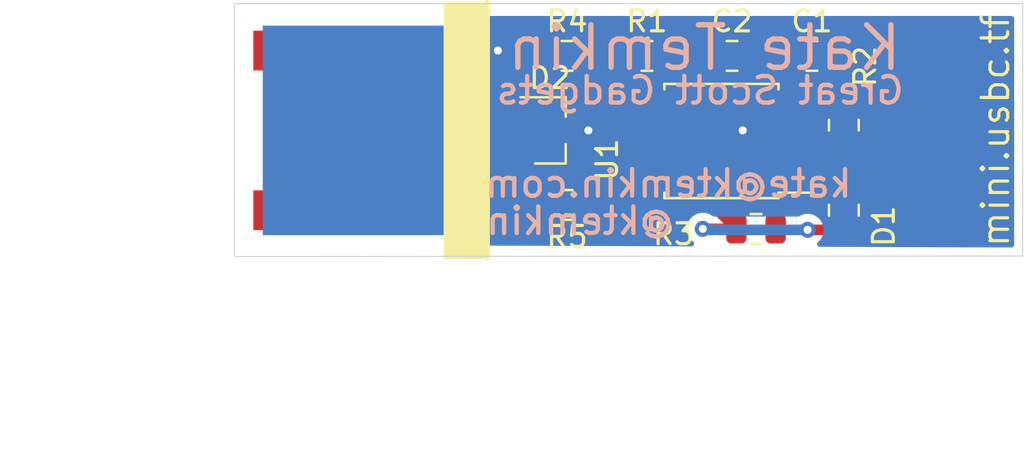
<source format=kicad_pcb>
(kicad_pcb (version 20171130) (host pcbnew "(5.1.2-1)-1")

  (general
    (thickness 1.6)
    (drawings 15)
    (tracks 65)
    (zones 0)
    (modules 14)
    (nets 12)
  )

  (page A4)
  (layers
    (0 F.Cu signal)
    (31 B.Cu signal hide)
    (32 B.Adhes user)
    (33 F.Adhes user hide)
    (34 B.Paste user hide)
    (35 F.Paste user hide)
    (36 B.SilkS user)
    (37 F.SilkS user)
    (38 B.Mask user hide)
    (39 F.Mask user)
    (40 Dwgs.User user)
    (41 Cmts.User user)
    (42 Eco1.User user)
    (43 Eco2.User user)
    (44 Edge.Cuts user)
    (45 Margin user)
    (46 B.CrtYd user)
    (47 F.CrtYd user)
    (48 B.Fab user)
    (49 F.Fab user)
  )

  (setup
    (last_trace_width 0.254)
    (user_trace_width 0.254)
    (user_trace_width 0.3048)
    (user_trace_width 0.381)
    (user_trace_width 0.508)
    (trace_clearance 0.254)
    (zone_clearance 0.381)
    (zone_45_only no)
    (trace_min 0.2)
    (via_size 0.762)
    (via_drill 0.381)
    (via_min_size 0.4)
    (via_min_drill 0.3)
    (uvia_size 0.3)
    (uvia_drill 0.1)
    (uvias_allowed no)
    (uvia_min_size 0.2)
    (uvia_min_drill 0.1)
    (edge_width 0.05)
    (segment_width 0.2)
    (pcb_text_width 0.3)
    (pcb_text_size 1.5 1.5)
    (mod_edge_width 0.12)
    (mod_text_size 1 1)
    (mod_text_width 0.15)
    (pad_size 10 10)
    (pad_drill 0)
    (pad_to_mask_clearance 0.051)
    (solder_mask_min_width 0.25)
    (aux_axis_origin 0 0)
    (visible_elements FFFFFFFF)
    (pcbplotparams
      (layerselection 0x010fc_ffffffff)
      (usegerberextensions false)
      (usegerberattributes false)
      (usegerberadvancedattributes false)
      (creategerberjobfile false)
      (excludeedgelayer true)
      (linewidth 0.100000)
      (plotframeref false)
      (viasonmask false)
      (mode 1)
      (useauxorigin false)
      (hpglpennumber 1)
      (hpglpenspeed 20)
      (hpglpendiameter 15.000000)
      (psnegative false)
      (psa4output false)
      (plotreference true)
      (plotvalue true)
      (plotinvisibletext false)
      (padsonsilk false)
      (subtractmaskfromsilk false)
      (outputformat 1)
      (mirror false)
      (drillshape 0)
      (scaleselection 1)
      (outputdirectory "fabrication/"))
  )

  (net 0 "")
  (net 1 +5V)
  (net 2 GND)
  (net 3 "Net-(D1-Pad1)")
  (net 4 "Net-(D2-Pad1)")
  (net 5 "Net-(D2-Pad2)")
  (net 6 "Net-(R1-Pad1)")
  (net 7 "Net-(R1-Pad2)")
  (net 8 "Net-(R2-Pad2)")
  (net 9 "Net-(R4-Pad2)")
  (net 10 "Net-(R3-Pad2)")
  (net 11 "Net-(U1-Pad2)")

  (net_class Default "This is the default net class."
    (clearance 0.254)
    (trace_width 0.254)
    (via_dia 0.762)
    (via_drill 0.381)
    (uvia_dia 0.3)
    (uvia_drill 0.1)
    (add_net +5V)
    (add_net GND)
    (add_net "Net-(D1-Pad1)")
    (add_net "Net-(D2-Pad1)")
    (add_net "Net-(D2-Pad2)")
    (add_net "Net-(R1-Pad1)")
    (add_net "Net-(R1-Pad2)")
    (add_net "Net-(R2-Pad2)")
    (add_net "Net-(R3-Pad2)")
    (add_net "Net-(R4-Pad2)")
    (add_net "Net-(U1-Pad2)")
  )

  (module usb-target:usb_tools_logo (layer B.Cu) (tedit 5DAC028A) (tstamp 5DAC5023)
    (at 91.567 86.487 180)
    (fp_text reference G*** (at 0 0) (layer B.SilkS) hide
      (effects (font (size 1.524 1.524) (thickness 0.3)) (justify mirror))
    )
    (fp_text value LOGO (at 0.75 0) (layer B.SilkS) hide
      (effects (font (size 1.524 1.524) (thickness 0.3)) (justify mirror))
    )
    (fp_poly (pts (xy -0.164808 4.903848) (xy -0.112833 4.881609) (xy -0.046717 4.835982) (xy 0.038327 4.763976)
      (xy 0.147085 4.662597) (xy 0.284345 4.528855) (xy 0.34989 4.464051) (xy 0.474017 4.339606)
      (xy 0.586581 4.224048) (xy 0.682288 4.123034) (xy 0.755841 4.042218) (xy 0.801945 3.987256)
      (xy 0.814999 3.967323) (xy 0.824311 3.920886) (xy 0.813267 3.869778) (xy 0.777845 3.807811)
      (xy 0.714022 3.728799) (xy 0.617775 3.626553) (xy 0.547931 3.556561) (xy 0.3302 3.341222)
      (xy 0.3302 1.669171) (xy 0.330238 1.336989) (xy 0.330422 1.052071) (xy 0.330853 0.810884)
      (xy 0.331633 0.609891) (xy 0.332863 0.445557) (xy 0.334645 0.314347) (xy 0.337082 0.212727)
      (xy 0.340274 0.13716) (xy 0.344324 0.084113) (xy 0.349333 0.050049) (xy 0.355403 0.031433)
      (xy 0.362636 0.024731) (xy 0.371134 0.026407) (xy 0.377377 0.03031) (xy 0.424571 0.068554)
      (xy 0.49792 0.134058) (xy 0.590751 0.220296) (xy 0.696391 0.320737) (xy 0.808168 0.428854)
      (xy 0.919408 0.538118) (xy 1.023438 0.642) (xy 1.113586 0.733973) (xy 1.183179 0.807506)
      (xy 1.225543 0.856073) (xy 1.234294 0.868689) (xy 1.245873 0.90192) (xy 1.254823 0.955445)
      (xy 1.26142 1.03485) (xy 1.265944 1.145723) (xy 1.26867 1.293648) (xy 1.269878 1.484213)
      (xy 1.27 1.587394) (xy 1.270102 1.785688) (xy 1.270759 1.939485) (xy 1.272493 2.055085)
      (xy 1.275826 2.13879) (xy 1.281281 2.196902) (xy 1.289381 2.235723) (xy 1.300647 2.261555)
      (xy 1.315604 2.280699) (xy 1.328559 2.293505) (xy 1.367627 2.331015) (xy 1.434902 2.395765)
      (xy 1.52204 2.479717) (xy 1.620694 2.574831) (xy 1.656999 2.609851) (xy 1.780622 2.726951)
      (xy 1.87678 2.809008) (xy 1.953457 2.85737) (xy 2.018633 2.873383) (xy 2.080292 2.858395)
      (xy 2.146415 2.813752) (xy 2.224984 2.740802) (xy 2.254983 2.710767) (xy 2.341001 2.619965)
      (xy 2.394817 2.546913) (xy 2.415251 2.482724) (xy 2.401127 2.418512) (xy 2.351265 2.345391)
      (xy 2.264488 2.254475) (xy 2.1844 2.17852) (xy 1.9558 1.965208) (xy 1.955424 1.471554)
      (xy 1.953049 1.22826) (xy 1.94409 1.027024) (xy 1.925185 0.859209) (xy 1.892974 0.716176)
      (xy 1.844096 0.589285) (xy 1.775191 0.469899) (xy 1.682897 0.349378) (xy 1.563853 0.219084)
      (xy 1.414698 0.070378) (xy 1.407622 0.0635) (xy 1.268968 -0.070248) (xy 1.113359 -0.21887)
      (xy 0.956057 -0.367879) (xy 0.812322 -0.502787) (xy 0.752069 -0.5588) (xy 0.613812 -0.690864)
      (xy 0.50326 -0.805009) (xy 0.424597 -0.896695) (xy 0.383359 -0.958573) (xy 0.369477 -0.98863)
      (xy 0.358245 -1.02045) (xy 0.349384 -1.059482) (xy 0.342614 -1.111174) (xy 0.337653 -1.180974)
      (xy 0.334223 -1.27433) (xy 0.332043 -1.396691) (xy 0.330832 -1.553503) (xy 0.330311 -1.750216)
      (xy 0.3302 -1.992277) (xy 0.3302 -2.918622) (xy 0.448826 -2.971097) (xy 0.625002 -3.074729)
      (xy 0.781254 -3.216472) (xy 0.907746 -3.385257) (xy 0.994645 -3.570014) (xy 1.002361 -3.5941)
      (xy 1.027623 -3.721541) (xy 1.038807 -3.87652) (xy 1.035913 -4.037763) (xy 1.018941 -4.183996)
      (xy 1.002361 -4.2545) (xy 0.920263 -4.44228) (xy 0.796708 -4.613931) (xy 0.640586 -4.76008)
      (xy 0.46079 -4.871352) (xy 0.387402 -4.902809) (xy 0.227465 -4.946241) (xy 0.048745 -4.967508)
      (xy -0.127583 -4.965407) (xy -0.274386 -4.940447) (xy -0.489519 -4.855637) (xy -0.67451 -4.73181)
      (xy -0.825589 -4.571651) (xy -0.858695 -4.524621) (xy -0.934883 -4.399865) (xy -0.984521 -4.289515)
      (xy -1.014433 -4.173128) (xy -1.031443 -4.030257) (xy -1.033638 -4.0005) (xy -1.027084 -3.764364)
      (xy -0.975457 -3.546011) (xy -0.881308 -3.349868) (xy -0.747189 -3.180363) (xy -0.575651 -3.04192)
      (xy -0.43815 -2.967428) (xy -0.3302 -2.918622) (xy -0.3302 -2.681686) (xy -0.33201 -2.566084)
      (xy -0.336842 -2.460217) (xy -0.343801 -2.38115) (xy -0.34703 -2.360603) (xy -0.355324 -2.331093)
      (xy -0.370787 -2.29884) (xy -0.396914 -2.260162) (xy -0.437198 -2.211375) (xy -0.495133 -2.148795)
      (xy -0.574211 -2.06874) (xy -0.677926 -1.967525) (xy -0.809773 -1.841469) (xy -0.973243 -1.686886)
      (xy -1.092333 -1.5748) (xy -1.261897 -1.41493) (xy -1.398666 -1.284467) (xy -1.507184 -1.17837)
      (xy -1.591992 -1.091595) (xy -1.65763 -1.019102) (xy -1.708641 -0.955848) (xy -1.749566 -0.896791)
      (xy -1.784946 -0.836889) (xy -1.819323 -0.771101) (xy -1.823185 -0.763393) (xy -1.9177 -0.574287)
      (xy -1.9431 1.517037) (xy -2.13995 1.727027) (xy -2.241155 1.839642) (xy -2.3059 1.927241)
      (xy -2.335823 1.998417) (xy -2.332558 2.061763) (xy -2.29774 2.12587) (xy -2.233005 2.199332)
      (xy -2.230352 2.202041) (xy -2.123903 2.310504) (xy -2.179552 2.369739) (xy -2.226864 2.44138)
      (xy -2.233701 2.517611) (xy -2.198759 2.604715) (xy -2.120735 2.708976) (xy -2.105587 2.726092)
      (xy -2.032482 2.803053) (xy -1.977965 2.847315) (xy -1.930244 2.866891) (xy -1.893573 2.8702)
      (xy -1.854839 2.868393) (xy -1.820202 2.859284) (xy -1.78269 2.837339) (xy -1.735331 2.797027)
      (xy -1.671152 2.732816) (xy -1.583181 2.639173) (xy -1.53021 2.581877) (xy -1.433685 2.471682)
      (xy -1.373734 2.386174) (xy -1.348123 2.317258) (xy -1.354617 2.25684) (xy -1.390984 2.196827)
      (xy -1.41605 2.168274) (xy -1.486616 2.092457) (xy -1.524527 2.040579) (xy -1.529651 1.998256)
      (xy -1.501853 1.951104) (xy -1.441003 1.884738) (xy -1.413162 1.855662) (xy -1.27 1.705572)
      (xy -1.27 0.67417) (xy -1.26969 0.406232) (xy -1.268661 0.18455) (xy -1.266768 0.004583)
      (xy -1.263864 -0.13821) (xy -1.259804 -0.248369) (xy -1.25444 -0.330436) (xy -1.247627 -0.38895)
      (xy -1.239219 -0.428454) (xy -1.234021 -0.443343) (xy -1.219798 -0.471147) (xy -1.196552 -0.504818)
      (xy -1.160722 -0.547997) (xy -1.108745 -0.604324) (xy -1.037062 -0.677442) (xy -0.942108 -0.770991)
      (xy -0.820324 -0.888612) (xy -0.668148 -1.033946) (xy -0.502085 -1.191617) (xy -0.3302 -1.354534)
      (xy -0.3302 1.731797) (xy -0.330176 2.192406) (xy -0.330078 2.604908) (xy -0.329864 2.971992)
      (xy -0.329496 3.296349) (xy -0.328933 3.580673) (xy -0.328136 3.827653) (xy -0.327064 4.039981)
      (xy -0.325678 4.220348) (xy -0.323937 4.371446) (xy -0.321802 4.495966) (xy -0.319232 4.5966)
      (xy -0.316188 4.676038) (xy -0.31263 4.736972) (xy -0.308517 4.782094) (xy -0.30381 4.814094)
      (xy -0.298469 4.835665) (xy -0.292454 4.849497) (xy -0.285725 4.858281) (xy -0.28375 4.860164)
      (xy -0.24548 4.890133) (xy -0.207428 4.905692) (xy -0.164808 4.903848)) (layer B.Mask) (width 0.01))
  )

  (module usb-target:usb_tools_logo (layer F.Cu) (tedit 5DAC0301) (tstamp 5DAC4EEB)
    (at 90.17 86.614)
    (fp_text reference LOGO0 (at 0 0) (layer F.SilkS) hide
      (effects (font (size 1.524 1.524) (thickness 0.3)))
    )
    (fp_text value LOGO (at 0.75 0) (layer F.SilkS) hide
      (effects (font (size 1.524 1.524) (thickness 0.3)))
    )
    (fp_poly (pts (xy -0.164808 -4.903848) (xy -0.112833 -4.881609) (xy -0.046717 -4.835982) (xy 0.038327 -4.763976)
      (xy 0.147085 -4.662597) (xy 0.284345 -4.528855) (xy 0.34989 -4.464051) (xy 0.474017 -4.339606)
      (xy 0.586581 -4.224048) (xy 0.682288 -4.123034) (xy 0.755841 -4.042218) (xy 0.801945 -3.987256)
      (xy 0.814999 -3.967323) (xy 0.824311 -3.920886) (xy 0.813267 -3.869778) (xy 0.777845 -3.807811)
      (xy 0.714022 -3.728799) (xy 0.617775 -3.626553) (xy 0.547931 -3.556561) (xy 0.3302 -3.341222)
      (xy 0.3302 -1.669171) (xy 0.330238 -1.336989) (xy 0.330422 -1.052071) (xy 0.330853 -0.810884)
      (xy 0.331633 -0.609891) (xy 0.332863 -0.445557) (xy 0.334645 -0.314347) (xy 0.337082 -0.212727)
      (xy 0.340274 -0.13716) (xy 0.344324 -0.084113) (xy 0.349333 -0.050049) (xy 0.355403 -0.031433)
      (xy 0.362636 -0.024731) (xy 0.371134 -0.026407) (xy 0.377377 -0.03031) (xy 0.424571 -0.068554)
      (xy 0.49792 -0.134058) (xy 0.590751 -0.220296) (xy 0.696391 -0.320737) (xy 0.808168 -0.428854)
      (xy 0.919408 -0.538118) (xy 1.023438 -0.642) (xy 1.113586 -0.733973) (xy 1.183179 -0.807506)
      (xy 1.225543 -0.856073) (xy 1.234294 -0.868689) (xy 1.245873 -0.90192) (xy 1.254823 -0.955445)
      (xy 1.26142 -1.03485) (xy 1.265944 -1.145723) (xy 1.26867 -1.293648) (xy 1.269878 -1.484213)
      (xy 1.27 -1.587394) (xy 1.270102 -1.785688) (xy 1.270759 -1.939485) (xy 1.272493 -2.055085)
      (xy 1.275826 -2.13879) (xy 1.281281 -2.196902) (xy 1.289381 -2.235723) (xy 1.300647 -2.261555)
      (xy 1.315604 -2.280699) (xy 1.328559 -2.293505) (xy 1.367627 -2.331015) (xy 1.434902 -2.395765)
      (xy 1.52204 -2.479717) (xy 1.620694 -2.574831) (xy 1.656999 -2.609851) (xy 1.780622 -2.726951)
      (xy 1.87678 -2.809008) (xy 1.953457 -2.85737) (xy 2.018633 -2.873383) (xy 2.080292 -2.858395)
      (xy 2.146415 -2.813752) (xy 2.224984 -2.740802) (xy 2.254983 -2.710767) (xy 2.341001 -2.619965)
      (xy 2.394817 -2.546913) (xy 2.415251 -2.482724) (xy 2.401127 -2.418512) (xy 2.351265 -2.345391)
      (xy 2.264488 -2.254475) (xy 2.1844 -2.17852) (xy 1.9558 -1.965208) (xy 1.955424 -1.471554)
      (xy 1.953049 -1.22826) (xy 1.94409 -1.027024) (xy 1.925185 -0.859209) (xy 1.892974 -0.716176)
      (xy 1.844096 -0.589285) (xy 1.775191 -0.469899) (xy 1.682897 -0.349378) (xy 1.563853 -0.219084)
      (xy 1.414698 -0.070378) (xy 1.407622 -0.0635) (xy 1.268968 0.070248) (xy 1.113359 0.21887)
      (xy 0.956057 0.367879) (xy 0.812322 0.502787) (xy 0.752069 0.5588) (xy 0.613812 0.690864)
      (xy 0.50326 0.805009) (xy 0.424597 0.896695) (xy 0.383359 0.958573) (xy 0.369477 0.98863)
      (xy 0.358245 1.02045) (xy 0.349384 1.059482) (xy 0.342614 1.111174) (xy 0.337653 1.180974)
      (xy 0.334223 1.27433) (xy 0.332043 1.396691) (xy 0.330832 1.553503) (xy 0.330311 1.750216)
      (xy 0.3302 1.992277) (xy 0.3302 2.918622) (xy 0.448826 2.971097) (xy 0.625002 3.074729)
      (xy 0.781254 3.216472) (xy 0.907746 3.385257) (xy 0.994645 3.570014) (xy 1.002361 3.5941)
      (xy 1.027623 3.721541) (xy 1.038807 3.87652) (xy 1.035913 4.037763) (xy 1.018941 4.183996)
      (xy 1.002361 4.2545) (xy 0.920263 4.44228) (xy 0.796708 4.613931) (xy 0.640586 4.76008)
      (xy 0.46079 4.871352) (xy 0.387402 4.902809) (xy 0.227465 4.946241) (xy 0.048745 4.967508)
      (xy -0.127583 4.965407) (xy -0.274386 4.940447) (xy -0.489519 4.855637) (xy -0.67451 4.73181)
      (xy -0.825589 4.571651) (xy -0.858695 4.524621) (xy -0.934883 4.399865) (xy -0.984521 4.289515)
      (xy -1.014433 4.173128) (xy -1.031443 4.030257) (xy -1.033638 4.0005) (xy -1.027084 3.764364)
      (xy -0.975457 3.546011) (xy -0.881308 3.349868) (xy -0.747189 3.180363) (xy -0.575651 3.04192)
      (xy -0.43815 2.967428) (xy -0.3302 2.918622) (xy -0.3302 2.681686) (xy -0.33201 2.566084)
      (xy -0.336842 2.460217) (xy -0.343801 2.38115) (xy -0.34703 2.360603) (xy -0.355324 2.331093)
      (xy -0.370787 2.29884) (xy -0.396914 2.260162) (xy -0.437198 2.211375) (xy -0.495133 2.148795)
      (xy -0.574211 2.06874) (xy -0.677926 1.967525) (xy -0.809773 1.841469) (xy -0.973243 1.686886)
      (xy -1.092333 1.5748) (xy -1.261897 1.41493) (xy -1.398666 1.284467) (xy -1.507184 1.17837)
      (xy -1.591992 1.091595) (xy -1.65763 1.019102) (xy -1.708641 0.955848) (xy -1.749566 0.896791)
      (xy -1.784946 0.836889) (xy -1.819323 0.771101) (xy -1.823185 0.763393) (xy -1.9177 0.574287)
      (xy -1.9431 -1.517037) (xy -2.13995 -1.727027) (xy -2.241155 -1.839642) (xy -2.3059 -1.927241)
      (xy -2.335823 -1.998417) (xy -2.332558 -2.061763) (xy -2.29774 -2.12587) (xy -2.233005 -2.199332)
      (xy -2.230352 -2.202041) (xy -2.123903 -2.310504) (xy -2.179552 -2.369739) (xy -2.226864 -2.44138)
      (xy -2.233701 -2.517611) (xy -2.198759 -2.604715) (xy -2.120735 -2.708976) (xy -2.105587 -2.726092)
      (xy -2.032482 -2.803053) (xy -1.977965 -2.847315) (xy -1.930244 -2.866891) (xy -1.893573 -2.8702)
      (xy -1.854839 -2.868393) (xy -1.820202 -2.859284) (xy -1.78269 -2.837339) (xy -1.735331 -2.797027)
      (xy -1.671152 -2.732816) (xy -1.583181 -2.639173) (xy -1.53021 -2.581877) (xy -1.433685 -2.471682)
      (xy -1.373734 -2.386174) (xy -1.348123 -2.317258) (xy -1.354617 -2.25684) (xy -1.390984 -2.196827)
      (xy -1.41605 -2.168274) (xy -1.486616 -2.092457) (xy -1.524527 -2.040579) (xy -1.529651 -1.998256)
      (xy -1.501853 -1.951104) (xy -1.441003 -1.884738) (xy -1.413162 -1.855662) (xy -1.27 -1.705572)
      (xy -1.27 -0.67417) (xy -1.26969 -0.406232) (xy -1.268661 -0.18455) (xy -1.266768 -0.004583)
      (xy -1.263864 0.13821) (xy -1.259804 0.248369) (xy -1.25444 0.330436) (xy -1.247627 0.38895)
      (xy -1.239219 0.428454) (xy -1.234021 0.443343) (xy -1.219798 0.471147) (xy -1.196552 0.504818)
      (xy -1.160722 0.547997) (xy -1.108745 0.604324) (xy -1.037062 0.677442) (xy -0.942108 0.770991)
      (xy -0.820324 0.888612) (xy -0.668148 1.033946) (xy -0.502085 1.191617) (xy -0.3302 1.354534)
      (xy -0.3302 -1.731797) (xy -0.330176 -2.192406) (xy -0.330078 -2.604908) (xy -0.329864 -2.971992)
      (xy -0.329496 -3.296349) (xy -0.328933 -3.580673) (xy -0.328136 -3.827653) (xy -0.327064 -4.039981)
      (xy -0.325678 -4.220348) (xy -0.323937 -4.371446) (xy -0.321802 -4.495966) (xy -0.319232 -4.5966)
      (xy -0.316188 -4.676038) (xy -0.31263 -4.736972) (xy -0.308517 -4.782094) (xy -0.30381 -4.814094)
      (xy -0.298469 -4.835665) (xy -0.292454 -4.849497) (xy -0.285725 -4.858281) (xy -0.28375 -4.860164)
      (xy -0.24548 -4.890133) (xy -0.207428 -4.905692) (xy -0.164808 -4.903848)) (layer F.Cu) (width 0.01))
  )

  (module usb-target:usb_tools_logo (layer F.Cu) (tedit 5DAC028A) (tstamp 5DAC5298)
    (at 90.17 86.614)
    (fp_text reference G*** (at 0 0) (layer F.SilkS) hide
      (effects (font (size 1.524 1.524) (thickness 0.3)))
    )
    (fp_text value LOGO (at 0.75 0) (layer F.SilkS) hide
      (effects (font (size 1.524 1.524) (thickness 0.3)))
    )
    (fp_poly (pts (xy -0.164808 -4.903848) (xy -0.112833 -4.881609) (xy -0.046717 -4.835982) (xy 0.038327 -4.763976)
      (xy 0.147085 -4.662597) (xy 0.284345 -4.528855) (xy 0.34989 -4.464051) (xy 0.474017 -4.339606)
      (xy 0.586581 -4.224048) (xy 0.682288 -4.123034) (xy 0.755841 -4.042218) (xy 0.801945 -3.987256)
      (xy 0.814999 -3.967323) (xy 0.824311 -3.920886) (xy 0.813267 -3.869778) (xy 0.777845 -3.807811)
      (xy 0.714022 -3.728799) (xy 0.617775 -3.626553) (xy 0.547931 -3.556561) (xy 0.3302 -3.341222)
      (xy 0.3302 -1.669171) (xy 0.330238 -1.336989) (xy 0.330422 -1.052071) (xy 0.330853 -0.810884)
      (xy 0.331633 -0.609891) (xy 0.332863 -0.445557) (xy 0.334645 -0.314347) (xy 0.337082 -0.212727)
      (xy 0.340274 -0.13716) (xy 0.344324 -0.084113) (xy 0.349333 -0.050049) (xy 0.355403 -0.031433)
      (xy 0.362636 -0.024731) (xy 0.371134 -0.026407) (xy 0.377377 -0.03031) (xy 0.424571 -0.068554)
      (xy 0.49792 -0.134058) (xy 0.590751 -0.220296) (xy 0.696391 -0.320737) (xy 0.808168 -0.428854)
      (xy 0.919408 -0.538118) (xy 1.023438 -0.642) (xy 1.113586 -0.733973) (xy 1.183179 -0.807506)
      (xy 1.225543 -0.856073) (xy 1.234294 -0.868689) (xy 1.245873 -0.90192) (xy 1.254823 -0.955445)
      (xy 1.26142 -1.03485) (xy 1.265944 -1.145723) (xy 1.26867 -1.293648) (xy 1.269878 -1.484213)
      (xy 1.27 -1.587394) (xy 1.270102 -1.785688) (xy 1.270759 -1.939485) (xy 1.272493 -2.055085)
      (xy 1.275826 -2.13879) (xy 1.281281 -2.196902) (xy 1.289381 -2.235723) (xy 1.300647 -2.261555)
      (xy 1.315604 -2.280699) (xy 1.328559 -2.293505) (xy 1.367627 -2.331015) (xy 1.434902 -2.395765)
      (xy 1.52204 -2.479717) (xy 1.620694 -2.574831) (xy 1.656999 -2.609851) (xy 1.780622 -2.726951)
      (xy 1.87678 -2.809008) (xy 1.953457 -2.85737) (xy 2.018633 -2.873383) (xy 2.080292 -2.858395)
      (xy 2.146415 -2.813752) (xy 2.224984 -2.740802) (xy 2.254983 -2.710767) (xy 2.341001 -2.619965)
      (xy 2.394817 -2.546913) (xy 2.415251 -2.482724) (xy 2.401127 -2.418512) (xy 2.351265 -2.345391)
      (xy 2.264488 -2.254475) (xy 2.1844 -2.17852) (xy 1.9558 -1.965208) (xy 1.955424 -1.471554)
      (xy 1.953049 -1.22826) (xy 1.94409 -1.027024) (xy 1.925185 -0.859209) (xy 1.892974 -0.716176)
      (xy 1.844096 -0.589285) (xy 1.775191 -0.469899) (xy 1.682897 -0.349378) (xy 1.563853 -0.219084)
      (xy 1.414698 -0.070378) (xy 1.407622 -0.0635) (xy 1.268968 0.070248) (xy 1.113359 0.21887)
      (xy 0.956057 0.367879) (xy 0.812322 0.502787) (xy 0.752069 0.5588) (xy 0.613812 0.690864)
      (xy 0.50326 0.805009) (xy 0.424597 0.896695) (xy 0.383359 0.958573) (xy 0.369477 0.98863)
      (xy 0.358245 1.02045) (xy 0.349384 1.059482) (xy 0.342614 1.111174) (xy 0.337653 1.180974)
      (xy 0.334223 1.27433) (xy 0.332043 1.396691) (xy 0.330832 1.553503) (xy 0.330311 1.750216)
      (xy 0.3302 1.992277) (xy 0.3302 2.918622) (xy 0.448826 2.971097) (xy 0.625002 3.074729)
      (xy 0.781254 3.216472) (xy 0.907746 3.385257) (xy 0.994645 3.570014) (xy 1.002361 3.5941)
      (xy 1.027623 3.721541) (xy 1.038807 3.87652) (xy 1.035913 4.037763) (xy 1.018941 4.183996)
      (xy 1.002361 4.2545) (xy 0.920263 4.44228) (xy 0.796708 4.613931) (xy 0.640586 4.76008)
      (xy 0.46079 4.871352) (xy 0.387402 4.902809) (xy 0.227465 4.946241) (xy 0.048745 4.967508)
      (xy -0.127583 4.965407) (xy -0.274386 4.940447) (xy -0.489519 4.855637) (xy -0.67451 4.73181)
      (xy -0.825589 4.571651) (xy -0.858695 4.524621) (xy -0.934883 4.399865) (xy -0.984521 4.289515)
      (xy -1.014433 4.173128) (xy -1.031443 4.030257) (xy -1.033638 4.0005) (xy -1.027084 3.764364)
      (xy -0.975457 3.546011) (xy -0.881308 3.349868) (xy -0.747189 3.180363) (xy -0.575651 3.04192)
      (xy -0.43815 2.967428) (xy -0.3302 2.918622) (xy -0.3302 2.681686) (xy -0.33201 2.566084)
      (xy -0.336842 2.460217) (xy -0.343801 2.38115) (xy -0.34703 2.360603) (xy -0.355324 2.331093)
      (xy -0.370787 2.29884) (xy -0.396914 2.260162) (xy -0.437198 2.211375) (xy -0.495133 2.148795)
      (xy -0.574211 2.06874) (xy -0.677926 1.967525) (xy -0.809773 1.841469) (xy -0.973243 1.686886)
      (xy -1.092333 1.5748) (xy -1.261897 1.41493) (xy -1.398666 1.284467) (xy -1.507184 1.17837)
      (xy -1.591992 1.091595) (xy -1.65763 1.019102) (xy -1.708641 0.955848) (xy -1.749566 0.896791)
      (xy -1.784946 0.836889) (xy -1.819323 0.771101) (xy -1.823185 0.763393) (xy -1.9177 0.574287)
      (xy -1.9431 -1.517037) (xy -2.13995 -1.727027) (xy -2.241155 -1.839642) (xy -2.3059 -1.927241)
      (xy -2.335823 -1.998417) (xy -2.332558 -2.061763) (xy -2.29774 -2.12587) (xy -2.233005 -2.199332)
      (xy -2.230352 -2.202041) (xy -2.123903 -2.310504) (xy -2.179552 -2.369739) (xy -2.226864 -2.44138)
      (xy -2.233701 -2.517611) (xy -2.198759 -2.604715) (xy -2.120735 -2.708976) (xy -2.105587 -2.726092)
      (xy -2.032482 -2.803053) (xy -1.977965 -2.847315) (xy -1.930244 -2.866891) (xy -1.893573 -2.8702)
      (xy -1.854839 -2.868393) (xy -1.820202 -2.859284) (xy -1.78269 -2.837339) (xy -1.735331 -2.797027)
      (xy -1.671152 -2.732816) (xy -1.583181 -2.639173) (xy -1.53021 -2.581877) (xy -1.433685 -2.471682)
      (xy -1.373734 -2.386174) (xy -1.348123 -2.317258) (xy -1.354617 -2.25684) (xy -1.390984 -2.196827)
      (xy -1.41605 -2.168274) (xy -1.486616 -2.092457) (xy -1.524527 -2.040579) (xy -1.529651 -1.998256)
      (xy -1.501853 -1.951104) (xy -1.441003 -1.884738) (xy -1.413162 -1.855662) (xy -1.27 -1.705572)
      (xy -1.27 -0.67417) (xy -1.26969 -0.406232) (xy -1.268661 -0.18455) (xy -1.266768 -0.004583)
      (xy -1.263864 0.13821) (xy -1.259804 0.248369) (xy -1.25444 0.330436) (xy -1.247627 0.38895)
      (xy -1.239219 0.428454) (xy -1.234021 0.443343) (xy -1.219798 0.471147) (xy -1.196552 0.504818)
      (xy -1.160722 0.547997) (xy -1.108745 0.604324) (xy -1.037062 0.677442) (xy -0.942108 0.770991)
      (xy -0.820324 0.888612) (xy -0.668148 1.033946) (xy -0.502085 1.191617) (xy -0.3302 1.354534)
      (xy -0.3302 -1.731797) (xy -0.330176 -2.192406) (xy -0.330078 -2.604908) (xy -0.329864 -2.971992)
      (xy -0.329496 -3.296349) (xy -0.328933 -3.580673) (xy -0.328136 -3.827653) (xy -0.327064 -4.039981)
      (xy -0.325678 -4.220348) (xy -0.323937 -4.371446) (xy -0.321802 -4.495966) (xy -0.319232 -4.5966)
      (xy -0.316188 -4.676038) (xy -0.31263 -4.736972) (xy -0.308517 -4.782094) (xy -0.30381 -4.814094)
      (xy -0.298469 -4.835665) (xy -0.292454 -4.849497) (xy -0.285725 -4.858281) (xy -0.28375 -4.860164)
      (xy -0.24548 -4.890133) (xy -0.207428 -4.905692) (xy -0.164808 -4.903848)) (layer F.Mask) (width 0.01))
  )

  (module Package_SO:SOIC-8_5.23x5.23mm_P1.27mm (layer F.Cu) (tedit 5C9033D8) (tstamp 5DA030CD)
    (at 80.264 87.122 180)
    (descr "SOIC, 8 Pin (http://www.winbond.com/resource-files/w25q32jv%20revg%2003272018%20plus.pdf#page=68), generated with kicad-footprint-generator ipc_gullwing_generator.py")
    (tags "SOIC SO")
    (path /5D9FCC54)
    (attr smd)
    (fp_text reference U1 (at 5.461 -0.889 90) (layer F.SilkS)
      (effects (font (size 1 1) (thickness 0.15)))
    )
    (fp_text value ATtiny85V-10PU (at 0 3.4) (layer F.Fab)
      (effects (font (size 1 1) (thickness 0.15)))
    )
    (fp_text user %R (at 0 0) (layer F.Fab)
      (effects (font (size 0.98 0.98) (thickness 0.15)))
    )
    (fp_line (start 4.65 -2.86) (end -4.65 -2.86) (layer F.CrtYd) (width 0.05))
    (fp_line (start 4.65 2.86) (end 4.65 -2.86) (layer F.CrtYd) (width 0.05))
    (fp_line (start -4.65 2.86) (end 4.65 2.86) (layer F.CrtYd) (width 0.05))
    (fp_line (start -4.65 -2.86) (end -4.65 2.86) (layer F.CrtYd) (width 0.05))
    (fp_line (start -2.615 -1.615) (end -1.615 -2.615) (layer F.Fab) (width 0.1))
    (fp_line (start -2.615 2.615) (end -2.615 -1.615) (layer F.Fab) (width 0.1))
    (fp_line (start 2.615 2.615) (end -2.615 2.615) (layer F.Fab) (width 0.1))
    (fp_line (start 2.615 -2.615) (end 2.615 2.615) (layer F.Fab) (width 0.1))
    (fp_line (start -1.615 -2.615) (end 2.615 -2.615) (layer F.Fab) (width 0.1))
    (fp_line (start -2.725 -2.465) (end -4.4 -2.465) (layer F.SilkS) (width 0.12))
    (fp_line (start -2.725 -2.725) (end -2.725 -2.465) (layer F.SilkS) (width 0.12))
    (fp_line (start 0 -2.725) (end -2.725 -2.725) (layer F.SilkS) (width 0.12))
    (fp_line (start 2.725 -2.725) (end 2.725 -2.465) (layer F.SilkS) (width 0.12))
    (fp_line (start 0 -2.725) (end 2.725 -2.725) (layer F.SilkS) (width 0.12))
    (fp_line (start -2.725 2.725) (end -2.725 2.465) (layer F.SilkS) (width 0.12))
    (fp_line (start 0 2.725) (end -2.725 2.725) (layer F.SilkS) (width 0.12))
    (fp_line (start 2.725 2.725) (end 2.725 2.465) (layer F.SilkS) (width 0.12))
    (fp_line (start 0 2.725) (end 2.725 2.725) (layer F.SilkS) (width 0.12))
    (pad 8 smd roundrect (at 3.6 -1.905 180) (size 1.6 0.6) (layers F.Cu F.Paste F.Mask) (roundrect_rratio 0.25)
      (net 1 +5V))
    (pad 7 smd roundrect (at 3.6 -0.635 180) (size 1.6 0.6) (layers F.Cu F.Paste F.Mask) (roundrect_rratio 0.25)
      (net 6 "Net-(R1-Pad1)"))
    (pad 6 smd roundrect (at 3.6 0.635 180) (size 1.6 0.6) (layers F.Cu F.Paste F.Mask) (roundrect_rratio 0.25)
      (net 9 "Net-(R4-Pad2)"))
    (pad 5 smd roundrect (at 3.6 1.905 180) (size 1.6 0.6) (layers F.Cu F.Paste F.Mask) (roundrect_rratio 0.25)
      (net 7 "Net-(R1-Pad2)"))
    (pad 4 smd roundrect (at -3.6 1.905 180) (size 1.6 0.6) (layers F.Cu F.Paste F.Mask) (roundrect_rratio 0.25)
      (net 2 GND))
    (pad 3 smd roundrect (at -3.6 0.635 180) (size 1.6 0.6) (layers F.Cu F.Paste F.Mask) (roundrect_rratio 0.25)
      (net 8 "Net-(R2-Pad2)"))
    (pad 2 smd roundrect (at -3.6 -0.635 180) (size 1.6 0.6) (layers F.Cu F.Paste F.Mask) (roundrect_rratio 0.25)
      (net 11 "Net-(U1-Pad2)"))
    (pad 1 smd roundrect (at -3.6 -1.905 180) (size 1.6 0.6) (layers F.Cu F.Paste F.Mask) (roundrect_rratio 0.25)
      (net 10 "Net-(R3-Pad2)"))
    (model ${KISYS3DMOD}/Package_SO.3dshapes/SOIC-8_5.23x5.23mm_P1.27mm.wrl
      (at (xyz 0 0 0))
      (scale (xyz 1 1 1))
      (rotate (xyz 0 0 0))
    )
  )

  (module usb-target:usb_A_pcb (layer F.Cu) (tedit 5D9FEE9A) (tstamp 5DA01754)
    (at 57.023 86.614 270)
    (path /5D9FF06F)
    (attr virtual)
    (fp_text reference J1 (at 0.13 -7.85 90) (layer F.SilkS) hide
      (effects (font (size 1.5 1.5) (thickness 0.15)))
    )
    (fp_text value USB_A (at 0 2.54 90) (layer F.SilkS) hide
      (effects (font (size 1.5 1.5) (thickness 0.15)))
    )
    (fp_line (start 6.03 0) (end 6.03 -12) (layer Dwgs.User) (width 0.15))
    (fp_line (start 6.03 0) (end -6.03 0) (layer Dwgs.User) (width 0.15))
    (fp_line (start -6.03 0) (end -6.03 -12) (layer Dwgs.User) (width 0.15))
    (pad 1 connect rect (at 3.81 -4.9 270) (size 1.9 8) (layers F.Cu F.Mask)
      (net 1 +5V))
    (pad 4 connect rect (at -3.81 -4.9 270) (size 1.9 8) (layers F.Cu F.Mask)
      (net 2 GND))
    (pad 3 connect rect (at -1.3 -5.15 270) (size 2 7.5) (layers F.Cu F.Mask)
      (net 4 "Net-(D2-Pad1)"))
    (pad 2 connect rect (at 1.3 -5.15 270) (size 2 7.5) (layers F.Cu F.Mask)
      (net 5 "Net-(D2-Pad2)"))
    (pad 5 smd rect (at 0 -6.35 270) (size 10 10) (layers B.Cu B.Mask)
      (net 2 GND))
  )

  (module Resistor_SMD:R_0805_2012Metric (layer F.Cu) (tedit 5B36C52B) (tstamp 5DA01816)
    (at 84.582 83.058)
    (descr "Resistor SMD 0805 (2012 Metric), square (rectangular) end terminal, IPC_7351 nominal, (Body size source: https://docs.google.com/spreadsheets/d/1BsfQQcO9C6DZCsRaXUlFlo91Tg2WpOkGARC1WS5S8t0/edit?usp=sharing), generated with kicad-footprint-generator")
    (tags resistor)
    (path /5DA11A9C)
    (attr smd)
    (fp_text reference C1 (at 0 -1.65) (layer F.SilkS)
      (effects (font (size 1 1) (thickness 0.15)))
    )
    (fp_text value 0.1uF (at 0 1.65) (layer F.Fab)
      (effects (font (size 1 1) (thickness 0.15)))
    )
    (fp_text user %R (at 0 0) (layer F.Fab)
      (effects (font (size 0.5 0.5) (thickness 0.08)))
    )
    (fp_line (start 1.68 0.95) (end -1.68 0.95) (layer F.CrtYd) (width 0.05))
    (fp_line (start 1.68 -0.95) (end 1.68 0.95) (layer F.CrtYd) (width 0.05))
    (fp_line (start -1.68 -0.95) (end 1.68 -0.95) (layer F.CrtYd) (width 0.05))
    (fp_line (start -1.68 0.95) (end -1.68 -0.95) (layer F.CrtYd) (width 0.05))
    (fp_line (start -0.258578 0.71) (end 0.258578 0.71) (layer F.SilkS) (width 0.12))
    (fp_line (start -0.258578 -0.71) (end 0.258578 -0.71) (layer F.SilkS) (width 0.12))
    (fp_line (start 1 0.6) (end -1 0.6) (layer F.Fab) (width 0.1))
    (fp_line (start 1 -0.6) (end 1 0.6) (layer F.Fab) (width 0.1))
    (fp_line (start -1 -0.6) (end 1 -0.6) (layer F.Fab) (width 0.1))
    (fp_line (start -1 0.6) (end -1 -0.6) (layer F.Fab) (width 0.1))
    (pad 2 smd roundrect (at 0.9375 0) (size 0.975 1.4) (layers F.Cu F.Paste F.Mask) (roundrect_rratio 0.25)
      (net 1 +5V))
    (pad 1 smd roundrect (at -0.9375 0) (size 0.975 1.4) (layers F.Cu F.Paste F.Mask) (roundrect_rratio 0.25)
      (net 2 GND))
    (model ${KISYS3DMOD}/Resistor_SMD.3dshapes/R_0805_2012Metric.wrl
      (at (xyz 0 0 0))
      (scale (xyz 1 1 1))
      (rotate (xyz 0 0 0))
    )
  )

  (module Resistor_SMD:R_0805_2012Metric (layer F.Cu) (tedit 5B36C52B) (tstamp 5DA02F98)
    (at 80.772 83.058 180)
    (descr "Resistor SMD 0805 (2012 Metric), square (rectangular) end terminal, IPC_7351 nominal, (Body size source: https://docs.google.com/spreadsheets/d/1BsfQQcO9C6DZCsRaXUlFlo91Tg2WpOkGARC1WS5S8t0/edit?usp=sharing), generated with kicad-footprint-generator")
    (tags resistor)
    (path /5DA021A2)
    (attr smd)
    (fp_text reference C2 (at 0 1.651) (layer F.SilkS)
      (effects (font (size 1 1) (thickness 0.15)))
    )
    (fp_text value 1uF (at 0 1.65) (layer F.Fab)
      (effects (font (size 1 1) (thickness 0.15)))
    )
    (fp_text user %R (at 0 0) (layer F.Fab)
      (effects (font (size 0.5 0.5) (thickness 0.08)))
    )
    (fp_line (start 1.68 0.95) (end -1.68 0.95) (layer F.CrtYd) (width 0.05))
    (fp_line (start 1.68 -0.95) (end 1.68 0.95) (layer F.CrtYd) (width 0.05))
    (fp_line (start -1.68 -0.95) (end 1.68 -0.95) (layer F.CrtYd) (width 0.05))
    (fp_line (start -1.68 0.95) (end -1.68 -0.95) (layer F.CrtYd) (width 0.05))
    (fp_line (start -0.258578 0.71) (end 0.258578 0.71) (layer F.SilkS) (width 0.12))
    (fp_line (start -0.258578 -0.71) (end 0.258578 -0.71) (layer F.SilkS) (width 0.12))
    (fp_line (start 1 0.6) (end -1 0.6) (layer F.Fab) (width 0.1))
    (fp_line (start 1 -0.6) (end 1 0.6) (layer F.Fab) (width 0.1))
    (fp_line (start -1 -0.6) (end 1 -0.6) (layer F.Fab) (width 0.1))
    (fp_line (start -1 0.6) (end -1 -0.6) (layer F.Fab) (width 0.1))
    (pad 2 smd roundrect (at 0.9375 0 180) (size 0.975 1.4) (layers F.Cu F.Paste F.Mask) (roundrect_rratio 0.25)
      (net 1 +5V))
    (pad 1 smd roundrect (at -0.9375 0 180) (size 0.975 1.4) (layers F.Cu F.Paste F.Mask) (roundrect_rratio 0.25)
      (net 2 GND))
    (model ${KISYS3DMOD}/Resistor_SMD.3dshapes/R_0805_2012Metric.wrl
      (at (xyz 0 0 0))
      (scale (xyz 1 1 1))
      (rotate (xyz 0 0 0))
    )
  )

  (module Resistor_SMD:R_0805_2012Metric (layer F.Cu) (tedit 5B36C52B) (tstamp 5DA017B6)
    (at 86.106 90.424 270)
    (descr "Resistor SMD 0805 (2012 Metric), square (rectangular) end terminal, IPC_7351 nominal, (Body size source: https://docs.google.com/spreadsheets/d/1BsfQQcO9C6DZCsRaXUlFlo91Tg2WpOkGARC1WS5S8t0/edit?usp=sharing), generated with kicad-footprint-generator")
    (tags resistor)
    (path /5DA0B30D)
    (attr smd)
    (fp_text reference D1 (at 0.762 -1.905 90) (layer F.SilkS)
      (effects (font (size 1 1) (thickness 0.15)))
    )
    (fp_text value LED (at 0 1.65 90) (layer F.Fab)
      (effects (font (size 1 1) (thickness 0.15)))
    )
    (fp_line (start -1 0.6) (end -1 -0.6) (layer F.Fab) (width 0.1))
    (fp_line (start -1 -0.6) (end 1 -0.6) (layer F.Fab) (width 0.1))
    (fp_line (start 1 -0.6) (end 1 0.6) (layer F.Fab) (width 0.1))
    (fp_line (start 1 0.6) (end -1 0.6) (layer F.Fab) (width 0.1))
    (fp_line (start -0.258578 -0.71) (end 0.258578 -0.71) (layer F.SilkS) (width 0.12))
    (fp_line (start -0.258578 0.71) (end 0.258578 0.71) (layer F.SilkS) (width 0.12))
    (fp_line (start -1.68 0.95) (end -1.68 -0.95) (layer F.CrtYd) (width 0.05))
    (fp_line (start -1.68 -0.95) (end 1.68 -0.95) (layer F.CrtYd) (width 0.05))
    (fp_line (start 1.68 -0.95) (end 1.68 0.95) (layer F.CrtYd) (width 0.05))
    (fp_line (start 1.68 0.95) (end -1.68 0.95) (layer F.CrtYd) (width 0.05))
    (fp_text user %R (at 0 0 90) (layer F.Fab)
      (effects (font (size 0.5 0.5) (thickness 0.08)))
    )
    (pad 1 smd roundrect (at -0.9375 0 270) (size 0.975 1.4) (layers F.Cu F.Paste F.Mask) (roundrect_rratio 0.25)
      (net 3 "Net-(D1-Pad1)"))
    (pad 2 smd roundrect (at 0.9375 0 270) (size 0.975 1.4) (layers F.Cu F.Paste F.Mask) (roundrect_rratio 0.25)
      (net 1 +5V))
    (model ${KISYS3DMOD}/Resistor_SMD.3dshapes/R_0805_2012Metric.wrl
      (at (xyz 0 0 0))
      (scale (xyz 1 1 1))
      (rotate (xyz 0 0 0))
    )
  )

  (module Package_TO_SOT_SMD:SOT-23 (layer F.Cu) (tedit 5A02FF57) (tstamp 5DA02432)
    (at 72.0725 86.614)
    (descr "SOT-23, Standard")
    (tags SOT-23)
    (path /5DA1CCA6)
    (attr smd)
    (fp_text reference D2 (at 0 -2.5) (layer F.SilkS)
      (effects (font (size 1 1) (thickness 0.15)))
    )
    (fp_text value 3V3 (at 0 2.5) (layer F.Fab)
      (effects (font (size 1 1) (thickness 0.15)))
    )
    (fp_text user %R (at 0 0 90) (layer F.Fab)
      (effects (font (size 0.5 0.5) (thickness 0.075)))
    )
    (fp_line (start -0.7 -0.95) (end -0.7 1.5) (layer F.Fab) (width 0.1))
    (fp_line (start -0.15 -1.52) (end 0.7 -1.52) (layer F.Fab) (width 0.1))
    (fp_line (start -0.7 -0.95) (end -0.15 -1.52) (layer F.Fab) (width 0.1))
    (fp_line (start 0.7 -1.52) (end 0.7 1.52) (layer F.Fab) (width 0.1))
    (fp_line (start -0.7 1.52) (end 0.7 1.52) (layer F.Fab) (width 0.1))
    (fp_line (start 0.76 1.58) (end 0.76 0.65) (layer F.SilkS) (width 0.12))
    (fp_line (start 0.76 -1.58) (end 0.76 -0.65) (layer F.SilkS) (width 0.12))
    (fp_line (start -1.7 -1.75) (end 1.7 -1.75) (layer F.CrtYd) (width 0.05))
    (fp_line (start 1.7 -1.75) (end 1.7 1.75) (layer F.CrtYd) (width 0.05))
    (fp_line (start 1.7 1.75) (end -1.7 1.75) (layer F.CrtYd) (width 0.05))
    (fp_line (start -1.7 1.75) (end -1.7 -1.75) (layer F.CrtYd) (width 0.05))
    (fp_line (start 0.76 -1.58) (end -1.4 -1.58) (layer F.SilkS) (width 0.12))
    (fp_line (start 0.76 1.58) (end -0.7 1.58) (layer F.SilkS) (width 0.12))
    (pad 1 smd rect (at -1 -0.95) (size 0.9 0.8) (layers F.Cu F.Paste F.Mask)
      (net 4 "Net-(D2-Pad1)"))
    (pad 2 smd rect (at -1 0.95) (size 0.9 0.8) (layers F.Cu F.Paste F.Mask)
      (net 5 "Net-(D2-Pad2)"))
    (pad 3 smd rect (at 1 0) (size 0.9 0.8) (layers F.Cu F.Paste F.Mask)
      (net 2 GND))
    (model ${KISYS3DMOD}/Package_TO_SOT_SMD.3dshapes/SOT-23.wrl
      (at (xyz 0 0 0))
      (scale (xyz 1 1 1))
      (rotate (xyz 0 0 0))
    )
  )

  (module Resistor_SMD:R_0805_2012Metric (layer F.Cu) (tedit 5B36C52B) (tstamp 5DA01729)
    (at 76.708 83.058 180)
    (descr "Resistor SMD 0805 (2012 Metric), square (rectangular) end terminal, IPC_7351 nominal, (Body size source: https://docs.google.com/spreadsheets/d/1BsfQQcO9C6DZCsRaXUlFlo91Tg2WpOkGARC1WS5S8t0/edit?usp=sharing), generated with kicad-footprint-generator")
    (tags resistor)
    (path /5DA0781E)
    (attr smd)
    (fp_text reference R1 (at 0 1.651) (layer F.SilkS)
      (effects (font (size 1 1) (thickness 0.15)))
    )
    (fp_text value 1.5K (at 0 1.65) (layer F.Fab)
      (effects (font (size 1 1) (thickness 0.15)))
    )
    (fp_line (start -1 0.6) (end -1 -0.6) (layer F.Fab) (width 0.1))
    (fp_line (start -1 -0.6) (end 1 -0.6) (layer F.Fab) (width 0.1))
    (fp_line (start 1 -0.6) (end 1 0.6) (layer F.Fab) (width 0.1))
    (fp_line (start 1 0.6) (end -1 0.6) (layer F.Fab) (width 0.1))
    (fp_line (start -0.258578 -0.71) (end 0.258578 -0.71) (layer F.SilkS) (width 0.12))
    (fp_line (start -0.258578 0.71) (end 0.258578 0.71) (layer F.SilkS) (width 0.12))
    (fp_line (start -1.68 0.95) (end -1.68 -0.95) (layer F.CrtYd) (width 0.05))
    (fp_line (start -1.68 -0.95) (end 1.68 -0.95) (layer F.CrtYd) (width 0.05))
    (fp_line (start 1.68 -0.95) (end 1.68 0.95) (layer F.CrtYd) (width 0.05))
    (fp_line (start 1.68 0.95) (end -1.68 0.95) (layer F.CrtYd) (width 0.05))
    (fp_text user %R (at 0 0) (layer F.Fab)
      (effects (font (size 0.5 0.5) (thickness 0.08)))
    )
    (pad 1 smd roundrect (at -0.9375 0 180) (size 0.975 1.4) (layers F.Cu F.Paste F.Mask) (roundrect_rratio 0.25)
      (net 6 "Net-(R1-Pad1)"))
    (pad 2 smd roundrect (at 0.9375 0 180) (size 0.975 1.4) (layers F.Cu F.Paste F.Mask) (roundrect_rratio 0.25)
      (net 7 "Net-(R1-Pad2)"))
    (model ${KISYS3DMOD}/Resistor_SMD.3dshapes/R_0805_2012Metric.wrl
      (at (xyz 0 0 0))
      (scale (xyz 1 1 1))
      (rotate (xyz 0 0 0))
    )
  )

  (module Resistor_SMD:R_0805_2012Metric (layer F.Cu) (tedit 5B36C52B) (tstamp 5DB7D494)
    (at 86.106 86.36 90)
    (descr "Resistor SMD 0805 (2012 Metric), square (rectangular) end terminal, IPC_7351 nominal, (Body size source: https://docs.google.com/spreadsheets/d/1BsfQQcO9C6DZCsRaXUlFlo91Tg2WpOkGARC1WS5S8t0/edit?usp=sharing), generated with kicad-footprint-generator")
    (tags resistor)
    (path /5DA0A0C1)
    (attr smd)
    (fp_text reference R2 (at 2.794 1.016 90) (layer F.SilkS)
      (effects (font (size 1 1) (thickness 0.15)))
    )
    (fp_text value 330R (at 0 1.65 90) (layer F.Fab)
      (effects (font (size 1 1) (thickness 0.15)))
    )
    (fp_text user %R (at 0 0 90) (layer F.Fab)
      (effects (font (size 0.5 0.5) (thickness 0.08)))
    )
    (fp_line (start 1.68 0.95) (end -1.68 0.95) (layer F.CrtYd) (width 0.05))
    (fp_line (start 1.68 -0.95) (end 1.68 0.95) (layer F.CrtYd) (width 0.05))
    (fp_line (start -1.68 -0.95) (end 1.68 -0.95) (layer F.CrtYd) (width 0.05))
    (fp_line (start -1.68 0.95) (end -1.68 -0.95) (layer F.CrtYd) (width 0.05))
    (fp_line (start -0.258578 0.71) (end 0.258578 0.71) (layer F.SilkS) (width 0.12))
    (fp_line (start -0.258578 -0.71) (end 0.258578 -0.71) (layer F.SilkS) (width 0.12))
    (fp_line (start 1 0.6) (end -1 0.6) (layer F.Fab) (width 0.1))
    (fp_line (start 1 -0.6) (end 1 0.6) (layer F.Fab) (width 0.1))
    (fp_line (start -1 -0.6) (end 1 -0.6) (layer F.Fab) (width 0.1))
    (fp_line (start -1 0.6) (end -1 -0.6) (layer F.Fab) (width 0.1))
    (pad 2 smd roundrect (at 0.9375 0 90) (size 0.975 1.4) (layers F.Cu F.Paste F.Mask) (roundrect_rratio 0.25)
      (net 8 "Net-(R2-Pad2)"))
    (pad 1 smd roundrect (at -0.9375 0 90) (size 0.975 1.4) (layers F.Cu F.Paste F.Mask) (roundrect_rratio 0.25)
      (net 3 "Net-(D1-Pad1)"))
    (model ${KISYS3DMOD}/Resistor_SMD.3dshapes/R_0805_2012Metric.wrl
      (at (xyz 0 0 0))
      (scale (xyz 1 1 1))
      (rotate (xyz 0 0 0))
    )
  )

  (module Resistor_SMD:R_0805_2012Metric (layer F.Cu) (tedit 5B36C52B) (tstamp 5DA01699)
    (at 72.898 83.058)
    (descr "Resistor SMD 0805 (2012 Metric), square (rectangular) end terminal, IPC_7351 nominal, (Body size source: https://docs.google.com/spreadsheets/d/1BsfQQcO9C6DZCsRaXUlFlo91Tg2WpOkGARC1WS5S8t0/edit?usp=sharing), generated with kicad-footprint-generator")
    (tags resistor)
    (path /5DA0553D)
    (attr smd)
    (fp_text reference R4 (at 0 -1.65) (layer F.SilkS)
      (effects (font (size 1 1) (thickness 0.15)))
    )
    (fp_text value 68R (at 0 1.65) (layer F.Fab)
      (effects (font (size 1 1) (thickness 0.15)))
    )
    (fp_line (start -1 0.6) (end -1 -0.6) (layer F.Fab) (width 0.1))
    (fp_line (start -1 -0.6) (end 1 -0.6) (layer F.Fab) (width 0.1))
    (fp_line (start 1 -0.6) (end 1 0.6) (layer F.Fab) (width 0.1))
    (fp_line (start 1 0.6) (end -1 0.6) (layer F.Fab) (width 0.1))
    (fp_line (start -0.258578 -0.71) (end 0.258578 -0.71) (layer F.SilkS) (width 0.12))
    (fp_line (start -0.258578 0.71) (end 0.258578 0.71) (layer F.SilkS) (width 0.12))
    (fp_line (start -1.68 0.95) (end -1.68 -0.95) (layer F.CrtYd) (width 0.05))
    (fp_line (start -1.68 -0.95) (end 1.68 -0.95) (layer F.CrtYd) (width 0.05))
    (fp_line (start 1.68 -0.95) (end 1.68 0.95) (layer F.CrtYd) (width 0.05))
    (fp_line (start 1.68 0.95) (end -1.68 0.95) (layer F.CrtYd) (width 0.05))
    (fp_text user %R (at 0 0) (layer F.Fab)
      (effects (font (size 0.5 0.5) (thickness 0.08)))
    )
    (pad 1 smd roundrect (at -0.9375 0) (size 0.975 1.4) (layers F.Cu F.Paste F.Mask) (roundrect_rratio 0.25)
      (net 4 "Net-(D2-Pad1)"))
    (pad 2 smd roundrect (at 0.9375 0) (size 0.975 1.4) (layers F.Cu F.Paste F.Mask) (roundrect_rratio 0.25)
      (net 9 "Net-(R4-Pad2)"))
    (model ${KISYS3DMOD}/Resistor_SMD.3dshapes/R_0805_2012Metric.wrl
      (at (xyz 0 0 0))
      (scale (xyz 1 1 1))
      (rotate (xyz 0 0 0))
    )
  )

  (module Resistor_SMD:R_0805_2012Metric (layer F.Cu) (tedit 5B36C52B) (tstamp 5DA029F5)
    (at 72.898 90.17)
    (descr "Resistor SMD 0805 (2012 Metric), square (rectangular) end terminal, IPC_7351 nominal, (Body size source: https://docs.google.com/spreadsheets/d/1BsfQQcO9C6DZCsRaXUlFlo91Tg2WpOkGARC1WS5S8t0/edit?usp=sharing), generated with kicad-footprint-generator")
    (tags resistor)
    (path /5DA05AF4)
    (attr smd)
    (fp_text reference R5 (at 0 1.524) (layer F.SilkS)
      (effects (font (size 1 1) (thickness 0.15)))
    )
    (fp_text value 68R (at 0 1.65) (layer F.Fab)
      (effects (font (size 1 1) (thickness 0.15)))
    )
    (fp_text user %R (at 0 0) (layer F.Fab)
      (effects (font (size 0.5 0.5) (thickness 0.08)))
    )
    (fp_line (start 1.68 0.95) (end -1.68 0.95) (layer F.CrtYd) (width 0.05))
    (fp_line (start 1.68 -0.95) (end 1.68 0.95) (layer F.CrtYd) (width 0.05))
    (fp_line (start -1.68 -0.95) (end 1.68 -0.95) (layer F.CrtYd) (width 0.05))
    (fp_line (start -1.68 0.95) (end -1.68 -0.95) (layer F.CrtYd) (width 0.05))
    (fp_line (start -0.258578 0.71) (end 0.258578 0.71) (layer F.SilkS) (width 0.12))
    (fp_line (start -0.258578 -0.71) (end 0.258578 -0.71) (layer F.SilkS) (width 0.12))
    (fp_line (start 1 0.6) (end -1 0.6) (layer F.Fab) (width 0.1))
    (fp_line (start 1 -0.6) (end 1 0.6) (layer F.Fab) (width 0.1))
    (fp_line (start -1 -0.6) (end 1 -0.6) (layer F.Fab) (width 0.1))
    (fp_line (start -1 0.6) (end -1 -0.6) (layer F.Fab) (width 0.1))
    (pad 2 smd roundrect (at 0.9375 0) (size 0.975 1.4) (layers F.Cu F.Paste F.Mask) (roundrect_rratio 0.25)
      (net 6 "Net-(R1-Pad1)"))
    (pad 1 smd roundrect (at -0.9375 0) (size 0.975 1.4) (layers F.Cu F.Paste F.Mask) (roundrect_rratio 0.25)
      (net 5 "Net-(D2-Pad2)"))
    (model ${KISYS3DMOD}/Resistor_SMD.3dshapes/R_0805_2012Metric.wrl
      (at (xyz 0 0 0))
      (scale (xyz 1 1 1))
      (rotate (xyz 0 0 0))
    )
  )

  (module Resistor_SMD:R_0805_2012Metric (layer F.Cu) (tedit 5B36C52B) (tstamp 5DAC42A7)
    (at 81.915 91.313)
    (descr "Resistor SMD 0805 (2012 Metric), square (rectangular) end terminal, IPC_7351 nominal, (Body size source: https://docs.google.com/spreadsheets/d/1BsfQQcO9C6DZCsRaXUlFlo91Tg2WpOkGARC1WS5S8t0/edit?usp=sharing), generated with kicad-footprint-generator")
    (tags resistor)
    (path /5DAC1BB2)
    (attr smd)
    (fp_text reference R3 (at -3.937 0.254) (layer F.SilkS)
      (effects (font (size 1 1) (thickness 0.15)))
    )
    (fp_text value 10K (at 0 1.65) (layer F.Fab)
      (effects (font (size 1 1) (thickness 0.15)))
    )
    (fp_line (start -1 0.6) (end -1 -0.6) (layer F.Fab) (width 0.1))
    (fp_line (start -1 -0.6) (end 1 -0.6) (layer F.Fab) (width 0.1))
    (fp_line (start 1 -0.6) (end 1 0.6) (layer F.Fab) (width 0.1))
    (fp_line (start 1 0.6) (end -1 0.6) (layer F.Fab) (width 0.1))
    (fp_line (start -0.258578 -0.71) (end 0.258578 -0.71) (layer F.SilkS) (width 0.12))
    (fp_line (start -0.258578 0.71) (end 0.258578 0.71) (layer F.SilkS) (width 0.12))
    (fp_line (start -1.68 0.95) (end -1.68 -0.95) (layer F.CrtYd) (width 0.05))
    (fp_line (start -1.68 -0.95) (end 1.68 -0.95) (layer F.CrtYd) (width 0.05))
    (fp_line (start 1.68 -0.95) (end 1.68 0.95) (layer F.CrtYd) (width 0.05))
    (fp_line (start 1.68 0.95) (end -1.68 0.95) (layer F.CrtYd) (width 0.05))
    (fp_text user %R (at 0 0) (layer F.Fab)
      (effects (font (size 0.5 0.5) (thickness 0.08)))
    )
    (pad 1 smd roundrect (at -0.9375 0) (size 0.975 1.4) (layers F.Cu F.Paste F.Mask) (roundrect_rratio 0.25)
      (net 1 +5V))
    (pad 2 smd roundrect (at 0.9375 0) (size 0.975 1.4) (layers F.Cu F.Paste F.Mask) (roundrect_rratio 0.25)
      (net 10 "Net-(R3-Pad2)"))
    (model ${KISYS3DMOD}/Resistor_SMD.3dshapes/R_0805_2012Metric.wrl
      (at (xyz 0 0 0))
      (scale (xyz 1 1 1))
      (rotate (xyz 0 0 0))
    )
  )

  (gr_text "Great Scott Gadgets" (at 79.248 84.709) (layer B.SilkS) (tstamp 5DAC475F)
    (effects (font (size 1.27 1.27) (thickness 0.2032)) (justify mirror))
  )
  (dimension 37.617409 (width 0.12) (layer Dwgs.User)
    (gr_text "37.6174 mm" (at 75.838629 102.882936) (layer Dwgs.User)
      (effects (font (size 1 1) (thickness 0.15)))
    )
    (feature1 (pts (xy 94.6404 92.6084) (xy 94.646867 102.186657)))
    (feature2 (pts (xy 57.023 92.6338) (xy 57.029467 102.212057)))
    (crossbar (pts (xy 57.029071 101.625636) (xy 94.646471 101.600236)))
    (arrow1a (pts (xy 94.646471 101.600236) (xy 93.520363 102.187417)))
    (arrow1b (pts (xy 94.646471 101.600236) (xy 93.519572 101.014576)))
    (arrow2a (pts (xy 57.029071 101.625636) (xy 58.15597 102.211296)))
    (arrow2b (pts (xy 57.029071 101.625636) (xy 58.155179 101.038455)))
  )
  (dimension 12.06 (width 0.12) (layer Dwgs.User)
    (gr_text "12.05992 mm" (at 49.53 86.614 90) (layer Dwgs.User)
      (effects (font (size 1 1) (thickness 0.15)))
    )
    (feature1 (pts (xy 57.023 80.584) (xy 50.213579 80.584)))
    (feature2 (pts (xy 57.023 92.644) (xy 50.213579 92.644)))
    (crossbar (pts (xy 50.8 92.644) (xy 50.8 80.584)))
    (arrow1a (pts (xy 50.8 80.584) (xy 51.386421 81.710504)))
    (arrow1b (pts (xy 50.8 80.584) (xy 50.213579 81.710504)))
    (arrow2a (pts (xy 50.8 92.644) (xy 51.386421 91.517496)))
    (arrow2b (pts (xy 50.8 92.644) (xy 50.213579 91.517496)))
  )
  (gr_poly (pts (xy 67.056 80.518) (xy 69.088 80.518) (xy 69.088 92.71) (xy 67.056 92.71)) (layer F.SilkS) (width 0.1))
  (gr_text mini.usbc.tf (at 93.345 86.614 90) (layer F.SilkS)
    (effects (font (size 1.27 1.27) (thickness 0.15)))
  )
  (gr_line (start 69.088 80.518) (end 69.088 80.645) (layer F.SilkS) (width 0.12))
  (gr_line (start 69.088 92.71) (end 69.088 80.518) (layer F.SilkS) (width 0.254))
  (gr_line (start 94.107 92.6084) (end 94.6404 92.6084) (layer Edge.Cuts) (width 0.05) (tstamp 5DA03C33))
  (gr_line (start 94.6404 80.5688) (end 94.6404 92.6084) (layer Edge.Cuts) (width 0.05))
  (gr_line (start 57.023 92.6338) (end 94.107 92.6084) (layer Edge.Cuts) (width 0.05))
  (gr_line (start 57.023 80.5688) (end 57.023 92.6338) (layer Edge.Cuts) (width 0.05))
  (gr_line (start 57.023 80.5688) (end 94.6404 80.5688) (layer Edge.Cuts) (width 0.05))
  (gr_text "@ktemkin\n" (at 68.9102 90.932) (layer B.SilkS) (tstamp 5DA03B35)
    (effects (font (size 1.27 1.27) (thickness 0.2032)) (justify right mirror))
  )
  (gr_text kate@ktemkin.com (at 77.724 89.154) (layer B.SilkS) (tstamp 5DA03B40)
    (effects (font (size 1.27 1.27) (thickness 0.2032)) (justify mirror))
  )
  (gr_text "Kate Temkin" (at 79.4512 82.677) (layer B.SilkS) (tstamp 5DA03B1C)
    (effects (font (size 2.032 2.032) (thickness 0.254)) (justify mirror))
  )

  (segment (start 67.38501 91.37801) (end 75.43799 91.37801) (width 0.508) (layer F.Cu) (net 1))
  (segment (start 66.431 90.424) (end 67.38501 91.37801) (width 0.508) (layer F.Cu) (net 1))
  (segment (start 61.923 90.424) (end 66.431 90.424) (width 0.508) (layer F.Cu) (net 1) (status 10))
  (segment (start 84.963263 82.501763) (end 85.5195 83.058) (width 0.508) (layer F.Cu) (net 1) (status 20))
  (segment (start 84.31149 81.84999) (end 84.963263 82.501763) (width 0.508) (layer F.Cu) (net 1))
  (segment (start 81.04251 81.84999) (end 84.31149 81.84999) (width 0.508) (layer F.Cu) (net 1))
  (segment (start 79.8345 83.058) (end 81.04251 81.84999) (width 0.508) (layer F.Cu) (net 1) (status 10))
  (segment (start 77.789 89.027) (end 76.55 90.266) (width 0.508) (layer F.Cu) (net 1) (status 10))
  (segment (start 75.43799 91.37801) (end 76.55 90.266) (width 0.508) (layer F.Cu) (net 1))
  (segment (start 86.106 91.3615) (end 84.3765 91.3615) (width 0.508) (layer F.Cu) (net 1) (status 10))
  (segment (start 79.8345 83.858) (end 79.8345 83.058) (width 0.508) (layer F.Cu) (net 1) (status 20))
  (segment (start 79.8345 88.0565) (end 79.8345 83.858) (width 0.508) (layer F.Cu) (net 1))
  (segment (start 78.864 89.027) (end 79.8345 88.0565) (width 0.508) (layer F.Cu) (net 1))
  (segment (start 77.789 89.027) (end 78.864 89.027) (width 0.508) (layer F.Cu) (net 1) (status 10))
  (segment (start 78.359 89.027) (end 76.664 89.027) (width 0.508) (layer F.Cu) (net 1))
  (segment (start 78.864 89.027) (end 78.359 89.027) (width 0.508) (layer F.Cu) (net 1))
  (segment (start 78.6915 89.027) (end 80.9775 91.313) (width 0.508) (layer F.Cu) (net 1))
  (segment (start 76.664 89.027) (end 78.6915 89.027) (width 0.508) (layer F.Cu) (net 1))
  (via (at 84.3765 91.3615) (size 0.762) (drill 0.381) (layers F.Cu B.Cu) (net 1))
  (via (at 79.375 91.313) (size 0.762) (drill 0.381) (layers F.Cu B.Cu) (net 1))
  (segment (start 79.4235 91.3615) (end 79.375 91.313) (width 0.508) (layer B.Cu) (net 1))
  (segment (start 84.3765 91.3615) (end 79.4235 91.3615) (width 0.508) (layer B.Cu) (net 1))
  (segment (start 79.375 91.313) (end 80.9775 91.313) (width 0.508) (layer F.Cu) (net 1))
  (via (at 69.596 82.804) (size 0.762) (drill 0.381) (layers F.Cu B.Cu) (net 2))
  (segment (start 61.923 82.804) (end 69.596 82.804) (width 0.508) (layer F.Cu) (net 2) (status 10))
  (segment (start 69.596 82.804) (end 71.12 82.804) (width 0.508) (layer B.Cu) (net 2))
  (segment (start 71.12 82.804) (end 74.93 86.614) (width 0.508) (layer B.Cu) (net 2))
  (segment (start 82.739 83.247) (end 82.739 85.217) (width 0.508) (layer F.Cu) (net 2) (status 20))
  (segment (start 82.55 83.058) (end 82.739 83.247) (width 0.508) (layer F.Cu) (net 2))
  (segment (start 82.55 83.058) (end 83.6445 83.058) (width 0.508) (layer F.Cu) (net 2) (status 20))
  (segment (start 78.752764 86.614) (end 74.93 86.614) (width 0.508) (layer B.Cu) (net 2))
  (segment (start 81.222882 84.143882) (end 78.752764 86.614) (width 0.508) (layer B.Cu) (net 2))
  (via (at 73.914 86.614) (size 0.762) (drill 0.381) (layers F.Cu B.Cu) (net 2))
  (segment (start 73.0725 86.614) (end 73.914 86.614) (width 0.508) (layer F.Cu) (net 2))
  (segment (start 82.55 83.058) (end 81.7095 83.058) (width 0.508) (layer F.Cu) (net 2))
  (segment (start 82.739 85.217) (end 83.864 85.217) (width 0.508) (layer F.Cu) (net 2))
  (via (at 81.28 86.614) (size 0.762) (drill 0.381) (layers F.Cu B.Cu) (net 2))
  (segment (start 82.677 85.217) (end 81.28 86.614) (width 0.508) (layer F.Cu) (net 2))
  (segment (start 82.739 85.217) (end 82.677 85.217) (width 0.508) (layer F.Cu) (net 2))
  (segment (start 86.106 87.2975) (end 86.106 89.4865) (width 0.508) (layer F.Cu) (net 3) (status 30))
  (segment (start 70.7225 85.314) (end 71.0725 85.664) (width 0.508) (layer F.Cu) (net 4) (status 30))
  (segment (start 62.173 85.314) (end 70.7225 85.314) (width 0.508) (layer F.Cu) (net 4) (status 30))
  (segment (start 71.0725 83.946) (end 71.9605 83.058) (width 0.508) (layer F.Cu) (net 4) (status 20))
  (segment (start 71.0725 85.664) (end 71.0725 83.946) (width 0.508) (layer F.Cu) (net 4) (status 10))
  (segment (start 70.7225 87.914) (end 71.0725 87.564) (width 0.508) (layer F.Cu) (net 5) (status 30))
  (segment (start 62.173 87.914) (end 70.7225 87.914) (width 0.508) (layer F.Cu) (net 5) (status 30))
  (segment (start 71.0725 89.282) (end 71.9605 90.17) (width 0.508) (layer F.Cu) (net 5) (status 20))
  (segment (start 71.0725 87.564) (end 71.0725 89.282) (width 0.508) (layer F.Cu) (net 5) (status 10))
  (segment (start 75.4485 87.757) (end 76.664 87.757) (width 0.508) (layer F.Cu) (net 6))
  (segment (start 73.8355 89.37) (end 75.4485 87.757) (width 0.508) (layer F.Cu) (net 6))
  (segment (start 73.8355 90.17) (end 73.8355 89.37) (width 0.508) (layer F.Cu) (net 6))
  (segment (start 78.486 87.376) (end 78.486 83.8985) (width 0.508) (layer F.Cu) (net 6))
  (segment (start 78.486 83.8985) (end 77.6455 83.058) (width 0.508) (layer F.Cu) (net 6))
  (segment (start 78.105 87.757) (end 78.486 87.376) (width 0.508) (layer F.Cu) (net 6))
  (segment (start 76.664 87.757) (end 78.105 87.757) (width 0.508) (layer F.Cu) (net 6))
  (segment (start 75.7705 84.3235) (end 76.664 85.217) (width 0.508) (layer F.Cu) (net 7))
  (segment (start 75.7705 83.058) (end 75.7705 84.3235) (width 0.508) (layer F.Cu) (net 7))
  (segment (start 85.0415 86.487) (end 86.106 85.4225) (width 0.508) (layer F.Cu) (net 8))
  (segment (start 83.864 86.487) (end 85.0415 86.487) (width 0.508) (layer F.Cu) (net 8))
  (segment (start 76.4645 86.487) (end 76.714 86.487) (width 0.508) (layer F.Cu) (net 9))
  (segment (start 73.8355 85.1385) (end 73.8355 83.058) (width 0.508) (layer F.Cu) (net 9))
  (segment (start 75.184 86.487) (end 73.8355 85.1385) (width 0.508) (layer F.Cu) (net 9))
  (segment (start 76.664 86.487) (end 75.184 86.487) (width 0.508) (layer F.Cu) (net 9))
  (segment (start 82.8525 90.0385) (end 83.864 89.027) (width 0.508) (layer F.Cu) (net 10))
  (segment (start 82.8525 91.313) (end 82.8525 90.0385) (width 0.508) (layer F.Cu) (net 10))

  (zone (net 2) (net_name GND) (layer B.Cu) (tstamp 5DAC52F9) (hatch edge 0.508)
    (connect_pads (clearance 0.381))
    (min_thickness 0.254)
    (fill yes (arc_segments 32) (thermal_gap 0.508) (thermal_bridge_width 0.508))
    (polygon
      (pts
        (xy 57.912 81.153) (xy 94.234 81.153) (xy 94.234 92.202) (xy 57.912 92.075)
      )
    )
    (filled_polygon
      (pts
        (xy 94.107 92.074555) (xy 84.952688 92.042547) (xy 85.067031 91.928204) (xy 85.164321 91.782599) (xy 85.231336 91.620812)
        (xy 85.2655 91.449059) (xy 85.2655 91.273941) (xy 85.231336 91.102188) (xy 85.164321 90.940401) (xy 85.067031 90.794796)
        (xy 84.943204 90.670969) (xy 84.797599 90.573679) (xy 84.635812 90.506664) (xy 84.464059 90.4725) (xy 84.288941 90.4725)
        (xy 84.117188 90.506664) (xy 83.955401 90.573679) (xy 83.916757 90.5995) (xy 79.907328 90.5995) (xy 79.796099 90.525179)
        (xy 79.634312 90.458164) (xy 79.462559 90.424) (xy 79.287441 90.424) (xy 79.115688 90.458164) (xy 78.953901 90.525179)
        (xy 78.808296 90.622469) (xy 78.684469 90.746296) (xy 78.587179 90.891901) (xy 78.520164 91.053688) (xy 78.486 91.225441)
        (xy 78.486 91.400559) (xy 78.520164 91.572312) (xy 78.587179 91.734099) (xy 78.684469 91.879704) (xy 78.808296 92.003531)
        (xy 78.834673 92.021156) (xy 68.888858 91.98638) (xy 68.903537 91.968494) (xy 68.962502 91.85818) (xy 68.998812 91.738482)
        (xy 69.011072 91.614) (xy 69.008 86.89975) (xy 68.84925 86.741) (xy 63.5 86.741) (xy 63.5 86.761)
        (xy 63.246 86.761) (xy 63.246 86.741) (xy 63.226 86.741) (xy 63.226 86.487) (xy 63.246 86.487)
        (xy 63.246 86.467) (xy 63.5 86.467) (xy 63.5 86.487) (xy 68.84925 86.487) (xy 69.008 86.32825)
        (xy 69.011072 81.614) (xy 68.998812 81.489518) (xy 68.962502 81.36982) (xy 68.914491 81.28) (xy 94.107 81.28)
      )
    )
  )
)

</source>
